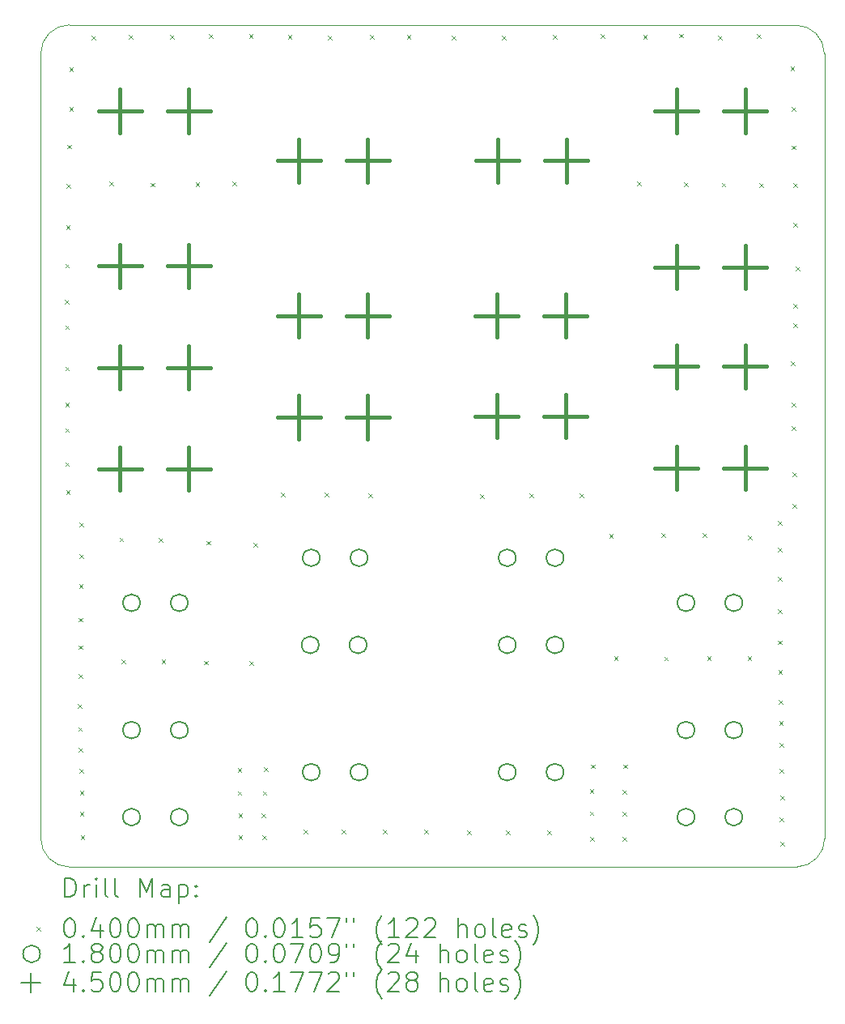
<source format=gbr>
%TF.GenerationSoftware,KiCad,Pcbnew,8.0.4*%
%TF.CreationDate,2024-08-03T01:45:31+02:00*%
%TF.ProjectId,terminal_block,7465726d-696e-4616-9c5f-626c6f636b2e,1*%
%TF.SameCoordinates,Original*%
%TF.FileFunction,Drillmap*%
%TF.FilePolarity,Positive*%
%FSLAX45Y45*%
G04 Gerber Fmt 4.5, Leading zero omitted, Abs format (unit mm)*
G04 Created by KiCad (PCBNEW 8.0.4) date 2024-08-03 01:45:31*
%MOMM*%
%LPD*%
G01*
G04 APERTURE LIST*
%ADD10C,0.100000*%
%ADD11C,0.200000*%
%ADD12C,0.180000*%
%ADD13C,0.450000*%
G04 APERTURE END LIST*
D10*
X12249850Y-13740049D02*
G75*
G02*
X11949851Y-13440049I0J299999D01*
G01*
X11950000Y-5240000D02*
X11949850Y-13440049D01*
X20151358Y-13440512D02*
G75*
G02*
X19861192Y-13740511I-300168J2D01*
G01*
X19847868Y-4942132D02*
X12250000Y-4940000D01*
X20151358Y-13440512D02*
X20147868Y-5242132D01*
X11950000Y-5240000D02*
G75*
G02*
X12250000Y-4940000I300000J0D01*
G01*
X12249850Y-13740049D02*
X19861192Y-13740512D01*
X19847868Y-4942132D02*
G75*
G02*
X20147868Y-5242132I2J-299998D01*
G01*
D11*
D10*
X12200000Y-7815000D02*
X12240000Y-7855000D01*
X12240000Y-7815000D02*
X12200000Y-7855000D01*
X12207500Y-7437500D02*
X12247500Y-7477500D01*
X12247500Y-7437500D02*
X12207500Y-7477500D01*
X12207500Y-8080000D02*
X12247500Y-8120000D01*
X12247500Y-8080000D02*
X12207500Y-8120000D01*
X12207500Y-8512500D02*
X12247500Y-8552500D01*
X12247500Y-8512500D02*
X12207500Y-8552500D01*
X12207500Y-8890000D02*
X12247500Y-8930000D01*
X12247500Y-8890000D02*
X12207500Y-8930000D01*
X12207500Y-9155000D02*
X12247500Y-9195000D01*
X12247500Y-9155000D02*
X12207500Y-9195000D01*
X12207500Y-9512500D02*
X12247500Y-9552500D01*
X12247500Y-9512500D02*
X12207500Y-9552500D01*
X12215000Y-7037500D02*
X12255000Y-7077500D01*
X12255000Y-7037500D02*
X12215000Y-7077500D01*
X12215000Y-9805000D02*
X12255000Y-9845000D01*
X12255000Y-9805000D02*
X12215000Y-9845000D01*
X12222500Y-6605000D02*
X12262500Y-6645000D01*
X12262500Y-6605000D02*
X12222500Y-6645000D01*
X12230000Y-6192500D02*
X12270000Y-6232500D01*
X12270000Y-6192500D02*
X12230000Y-6232500D01*
X12250000Y-5382500D02*
X12290000Y-5422500D01*
X12290000Y-5382500D02*
X12250000Y-5422500D01*
X12250000Y-5800000D02*
X12290000Y-5840000D01*
X12290000Y-5800000D02*
X12250000Y-5840000D01*
X12337500Y-12040000D02*
X12377500Y-12080000D01*
X12377500Y-12040000D02*
X12337500Y-12080000D01*
X12342500Y-12280000D02*
X12382500Y-12320000D01*
X12382500Y-12280000D02*
X12342500Y-12320000D01*
X12345000Y-11137500D02*
X12385000Y-11177500D01*
X12385000Y-11137500D02*
X12345000Y-11177500D01*
X12345000Y-11425000D02*
X12385000Y-11465000D01*
X12385000Y-11425000D02*
X12345000Y-11465000D01*
X12345000Y-11725000D02*
X12385000Y-11765000D01*
X12385000Y-11725000D02*
X12345000Y-11765000D01*
X12345000Y-12495000D02*
X12385000Y-12535000D01*
X12385000Y-12495000D02*
X12345000Y-12535000D01*
X12350000Y-10785000D02*
X12390000Y-10825000D01*
X12390000Y-10785000D02*
X12350000Y-10825000D01*
X12352500Y-10475000D02*
X12392500Y-10515000D01*
X12392500Y-10475000D02*
X12352500Y-10515000D01*
X12352500Y-12715000D02*
X12392500Y-12755000D01*
X12392500Y-12715000D02*
X12352500Y-12755000D01*
X12355000Y-10142500D02*
X12395000Y-10182500D01*
X12395000Y-10142500D02*
X12355000Y-10182500D01*
X12360000Y-12942500D02*
X12400000Y-12982500D01*
X12400000Y-12942500D02*
X12360000Y-12982500D01*
X12360000Y-13165000D02*
X12400000Y-13205000D01*
X12400000Y-13165000D02*
X12360000Y-13205000D01*
X12367500Y-13410000D02*
X12407500Y-13450000D01*
X12407500Y-13410000D02*
X12367500Y-13450000D01*
X12480000Y-5052500D02*
X12520000Y-5092500D01*
X12520000Y-5052500D02*
X12480000Y-5092500D01*
X12670000Y-6577500D02*
X12710000Y-6617500D01*
X12710000Y-6577500D02*
X12670000Y-6617500D01*
X12775000Y-10300000D02*
X12815000Y-10340000D01*
X12815000Y-10300000D02*
X12775000Y-10340000D01*
X12792500Y-11572500D02*
X12832500Y-11612500D01*
X12832500Y-11572500D02*
X12792500Y-11612500D01*
X12872500Y-5045000D02*
X12912500Y-5085000D01*
X12912500Y-5045000D02*
X12872500Y-5085000D01*
X13102500Y-6590000D02*
X13142500Y-6630000D01*
X13142500Y-6590000D02*
X13102500Y-6630000D01*
X13182500Y-10305000D02*
X13222500Y-10345000D01*
X13222500Y-10305000D02*
X13182500Y-10345000D01*
X13215000Y-11575000D02*
X13255000Y-11615000D01*
X13255000Y-11575000D02*
X13215000Y-11615000D01*
X13305000Y-5045000D02*
X13345000Y-5085000D01*
X13345000Y-5045000D02*
X13305000Y-5085000D01*
X13570000Y-6585000D02*
X13610000Y-6625000D01*
X13610000Y-6585000D02*
X13570000Y-6625000D01*
X13660000Y-11585000D02*
X13700000Y-11625000D01*
X13700000Y-11585000D02*
X13660000Y-11625000D01*
X13685000Y-10332500D02*
X13725000Y-10372500D01*
X13725000Y-10332500D02*
X13685000Y-10372500D01*
X13710000Y-5040000D02*
X13750000Y-5080000D01*
X13750000Y-5040000D02*
X13710000Y-5080000D01*
X13955000Y-6577500D02*
X13995000Y-6617500D01*
X13995000Y-6577500D02*
X13955000Y-6617500D01*
X14010000Y-12710000D02*
X14050000Y-12750000D01*
X14050000Y-12710000D02*
X14010000Y-12750000D01*
X14010000Y-12950000D02*
X14050000Y-12990000D01*
X14050000Y-12950000D02*
X14010000Y-12990000D01*
X14020000Y-13180000D02*
X14060000Y-13220000D01*
X14060000Y-13180000D02*
X14020000Y-13220000D01*
X14020000Y-13410000D02*
X14060000Y-13450000D01*
X14060000Y-13410000D02*
X14020000Y-13450000D01*
X14130000Y-5040000D02*
X14170000Y-5080000D01*
X14170000Y-5040000D02*
X14130000Y-5080000D01*
X14135000Y-11587500D02*
X14175000Y-11627500D01*
X14175000Y-11587500D02*
X14135000Y-11627500D01*
X14177500Y-10355000D02*
X14217500Y-10395000D01*
X14217500Y-10355000D02*
X14177500Y-10395000D01*
X14260000Y-13180000D02*
X14300000Y-13220000D01*
X14300000Y-13180000D02*
X14260000Y-13220000D01*
X14270000Y-13410000D02*
X14310000Y-13450000D01*
X14310000Y-13410000D02*
X14270000Y-13450000D01*
X14272500Y-12950000D02*
X14312500Y-12990000D01*
X14312500Y-12950000D02*
X14272500Y-12990000D01*
X14285000Y-12697500D02*
X14325000Y-12737500D01*
X14325000Y-12697500D02*
X14285000Y-12737500D01*
X14462500Y-9830000D02*
X14502500Y-9870000D01*
X14502500Y-9830000D02*
X14462500Y-9870000D01*
X14535000Y-5045000D02*
X14575000Y-5085000D01*
X14575000Y-5045000D02*
X14535000Y-5085000D01*
X14700000Y-13350000D02*
X14740000Y-13390000D01*
X14740000Y-13350000D02*
X14700000Y-13390000D01*
X14920000Y-9830000D02*
X14960000Y-9870000D01*
X14960000Y-9830000D02*
X14920000Y-9870000D01*
X14955000Y-5052500D02*
X14995000Y-5092500D01*
X14995000Y-5052500D02*
X14955000Y-5092500D01*
X15100000Y-13350000D02*
X15140000Y-13390000D01*
X15140000Y-13350000D02*
X15100000Y-13390000D01*
X15380000Y-9840000D02*
X15420000Y-9880000D01*
X15420000Y-9840000D02*
X15380000Y-9880000D01*
X15395000Y-5045000D02*
X15435000Y-5085000D01*
X15435000Y-5045000D02*
X15395000Y-5085000D01*
X15530000Y-13350000D02*
X15570000Y-13390000D01*
X15570000Y-13350000D02*
X15530000Y-13390000D01*
X15780000Y-5045000D02*
X15820000Y-5085000D01*
X15820000Y-5045000D02*
X15780000Y-5085000D01*
X15960000Y-13350000D02*
X16000000Y-13390000D01*
X16000000Y-13350000D02*
X15960000Y-13390000D01*
X16247500Y-5052500D02*
X16287500Y-5092500D01*
X16287500Y-5052500D02*
X16247500Y-5092500D01*
X16410000Y-13360000D02*
X16450000Y-13400000D01*
X16450000Y-13360000D02*
X16410000Y-13400000D01*
X16545000Y-9845000D02*
X16585000Y-9885000D01*
X16585000Y-9845000D02*
X16545000Y-9885000D01*
X16772500Y-5052500D02*
X16812500Y-5092500D01*
X16812500Y-5052500D02*
X16772500Y-5092500D01*
X16820000Y-13360000D02*
X16860000Y-13400000D01*
X16860000Y-13360000D02*
X16820000Y-13400000D01*
X17062500Y-9840000D02*
X17102500Y-9880000D01*
X17102500Y-9840000D02*
X17062500Y-9880000D01*
X17250000Y-13360000D02*
X17290000Y-13400000D01*
X17290000Y-13360000D02*
X17250000Y-13400000D01*
X17310000Y-5045000D02*
X17350000Y-5085000D01*
X17350000Y-5045000D02*
X17310000Y-5085000D01*
X17585000Y-9840000D02*
X17625000Y-9880000D01*
X17625000Y-9840000D02*
X17585000Y-9880000D01*
X17692500Y-12927500D02*
X17732500Y-12967500D01*
X17732500Y-12927500D02*
X17692500Y-12967500D01*
X17692500Y-13160000D02*
X17732500Y-13200000D01*
X17732500Y-13160000D02*
X17692500Y-13200000D01*
X17697500Y-13430000D02*
X17737500Y-13470000D01*
X17737500Y-13430000D02*
X17697500Y-13470000D01*
X17705000Y-12670000D02*
X17745000Y-12710000D01*
X17745000Y-12670000D02*
X17705000Y-12710000D01*
X17807500Y-5040000D02*
X17847500Y-5080000D01*
X17847500Y-5040000D02*
X17807500Y-5080000D01*
X17897500Y-10262500D02*
X17937500Y-10302500D01*
X17937500Y-10262500D02*
X17897500Y-10302500D01*
X17947500Y-11537500D02*
X17987500Y-11577500D01*
X17987500Y-11537500D02*
X17947500Y-11577500D01*
X18037500Y-12935000D02*
X18077500Y-12975000D01*
X18077500Y-12935000D02*
X18037500Y-12975000D01*
X18037500Y-13167500D02*
X18077500Y-13207500D01*
X18077500Y-13167500D02*
X18037500Y-13207500D01*
X18037500Y-13425000D02*
X18077500Y-13465000D01*
X18077500Y-13425000D02*
X18037500Y-13465000D01*
X18042500Y-12670000D02*
X18082500Y-12710000D01*
X18082500Y-12670000D02*
X18042500Y-12710000D01*
X18190000Y-6577500D02*
X18230000Y-6617500D01*
X18230000Y-6577500D02*
X18190000Y-6617500D01*
X18252500Y-5045000D02*
X18292500Y-5085000D01*
X18292500Y-5045000D02*
X18252500Y-5085000D01*
X18442500Y-10252500D02*
X18482500Y-10292500D01*
X18482500Y-10252500D02*
X18442500Y-10292500D01*
X18472500Y-11542500D02*
X18512500Y-11582500D01*
X18512500Y-11542500D02*
X18472500Y-11582500D01*
X18630000Y-5032500D02*
X18670000Y-5072500D01*
X18670000Y-5032500D02*
X18630000Y-5072500D01*
X18680000Y-6585000D02*
X18720000Y-6625000D01*
X18720000Y-6585000D02*
X18680000Y-6625000D01*
X18875000Y-10252500D02*
X18915000Y-10292500D01*
X18915000Y-10252500D02*
X18875000Y-10292500D01*
X18920000Y-11537500D02*
X18960000Y-11577500D01*
X18960000Y-11537500D02*
X18920000Y-11577500D01*
X19037500Y-5052500D02*
X19077500Y-5092500D01*
X19077500Y-5052500D02*
X19037500Y-5092500D01*
X19072500Y-6590000D02*
X19112500Y-6630000D01*
X19112500Y-6590000D02*
X19072500Y-6630000D01*
X19345000Y-11537500D02*
X19385000Y-11577500D01*
X19385000Y-11537500D02*
X19345000Y-11577500D01*
X19350000Y-10277500D02*
X19390000Y-10317500D01*
X19390000Y-10277500D02*
X19350000Y-10317500D01*
X19442500Y-5040000D02*
X19482500Y-5080000D01*
X19482500Y-5040000D02*
X19442500Y-5080000D01*
X19470000Y-6597500D02*
X19510000Y-6637500D01*
X19510000Y-6597500D02*
X19470000Y-6637500D01*
X19660000Y-10402500D02*
X19700000Y-10442500D01*
X19700000Y-10402500D02*
X19660000Y-10442500D01*
X19660000Y-10710000D02*
X19700000Y-10750000D01*
X19700000Y-10710000D02*
X19660000Y-10750000D01*
X19660000Y-11047500D02*
X19700000Y-11087500D01*
X19700000Y-11047500D02*
X19660000Y-11087500D01*
X19660000Y-11375000D02*
X19700000Y-11415000D01*
X19700000Y-11375000D02*
X19660000Y-11415000D01*
X19662500Y-10127500D02*
X19702500Y-10167500D01*
X19702500Y-10127500D02*
X19662500Y-10167500D01*
X19665000Y-11685000D02*
X19705000Y-11725000D01*
X19705000Y-11685000D02*
X19665000Y-11725000D01*
X19670000Y-11997500D02*
X19710000Y-12037500D01*
X19710000Y-11997500D02*
X19670000Y-12037500D01*
X19675000Y-12215000D02*
X19715000Y-12255000D01*
X19715000Y-12215000D02*
X19675000Y-12255000D01*
X19680000Y-12445000D02*
X19720000Y-12485000D01*
X19720000Y-12445000D02*
X19680000Y-12485000D01*
X19680000Y-12715000D02*
X19720000Y-12755000D01*
X19720000Y-12715000D02*
X19680000Y-12755000D01*
X19680000Y-13222500D02*
X19720000Y-13262500D01*
X19720000Y-13222500D02*
X19680000Y-13262500D01*
X19685000Y-12995000D02*
X19725000Y-13035000D01*
X19725000Y-12995000D02*
X19685000Y-13035000D01*
X19690000Y-13477500D02*
X19730000Y-13517500D01*
X19730000Y-13477500D02*
X19690000Y-13517500D01*
X19792500Y-5375000D02*
X19832500Y-5415000D01*
X19832500Y-5375000D02*
X19792500Y-5415000D01*
X19797500Y-8457500D02*
X19837500Y-8497500D01*
X19837500Y-8457500D02*
X19797500Y-8497500D01*
X19805000Y-5800000D02*
X19845000Y-5840000D01*
X19845000Y-5800000D02*
X19805000Y-5840000D01*
X19805000Y-6200000D02*
X19845000Y-6240000D01*
X19845000Y-6200000D02*
X19805000Y-6240000D01*
X19805000Y-8890000D02*
X19845000Y-8930000D01*
X19845000Y-8890000D02*
X19805000Y-8930000D01*
X19805000Y-9135000D02*
X19845000Y-9175000D01*
X19845000Y-9135000D02*
X19805000Y-9175000D01*
X19812500Y-9617500D02*
X19852500Y-9657500D01*
X19852500Y-9617500D02*
X19812500Y-9657500D01*
X19812500Y-9945000D02*
X19852500Y-9985000D01*
X19852500Y-9945000D02*
X19812500Y-9985000D01*
X19820000Y-6597500D02*
X19860000Y-6637500D01*
X19860000Y-6597500D02*
X19820000Y-6637500D01*
X19820000Y-7010000D02*
X19860000Y-7050000D01*
X19860000Y-7010000D02*
X19820000Y-7050000D01*
X19820000Y-7855000D02*
X19860000Y-7895000D01*
X19860000Y-7855000D02*
X19820000Y-7895000D01*
X19820000Y-8057500D02*
X19860000Y-8097500D01*
X19860000Y-8057500D02*
X19820000Y-8097500D01*
X19847500Y-7465000D02*
X19887500Y-7505000D01*
X19887500Y-7465000D02*
X19847500Y-7505000D01*
D12*
X12990000Y-10980000D02*
G75*
G02*
X12810000Y-10980000I-90000J0D01*
G01*
X12810000Y-10980000D02*
G75*
G02*
X12990000Y-10980000I90000J0D01*
G01*
X12990000Y-12310000D02*
G75*
G02*
X12810000Y-12310000I-90000J0D01*
G01*
X12810000Y-12310000D02*
G75*
G02*
X12990000Y-12310000I90000J0D01*
G01*
X12990000Y-13220000D02*
G75*
G02*
X12810000Y-13220000I-90000J0D01*
G01*
X12810000Y-13220000D02*
G75*
G02*
X12990000Y-13220000I90000J0D01*
G01*
X13490000Y-10980000D02*
G75*
G02*
X13310000Y-10980000I-90000J0D01*
G01*
X13310000Y-10980000D02*
G75*
G02*
X13490000Y-10980000I90000J0D01*
G01*
X13490000Y-12310000D02*
G75*
G02*
X13310000Y-12310000I-90000J0D01*
G01*
X13310000Y-12310000D02*
G75*
G02*
X13490000Y-12310000I90000J0D01*
G01*
X13490000Y-13220000D02*
G75*
G02*
X13310000Y-13220000I-90000J0D01*
G01*
X13310000Y-13220000D02*
G75*
G02*
X13490000Y-13220000I90000J0D01*
G01*
X14860000Y-11420000D02*
G75*
G02*
X14680000Y-11420000I-90000J0D01*
G01*
X14680000Y-11420000D02*
G75*
G02*
X14860000Y-11420000I90000J0D01*
G01*
X14870000Y-10510000D02*
G75*
G02*
X14690000Y-10510000I-90000J0D01*
G01*
X14690000Y-10510000D02*
G75*
G02*
X14870000Y-10510000I90000J0D01*
G01*
X14870000Y-12750000D02*
G75*
G02*
X14690000Y-12750000I-90000J0D01*
G01*
X14690000Y-12750000D02*
G75*
G02*
X14870000Y-12750000I90000J0D01*
G01*
X15360000Y-11420000D02*
G75*
G02*
X15180000Y-11420000I-90000J0D01*
G01*
X15180000Y-11420000D02*
G75*
G02*
X15360000Y-11420000I90000J0D01*
G01*
X15370000Y-10510000D02*
G75*
G02*
X15190000Y-10510000I-90000J0D01*
G01*
X15190000Y-10510000D02*
G75*
G02*
X15370000Y-10510000I90000J0D01*
G01*
X15370000Y-12750000D02*
G75*
G02*
X15190000Y-12750000I-90000J0D01*
G01*
X15190000Y-12750000D02*
G75*
G02*
X15370000Y-12750000I90000J0D01*
G01*
X16920000Y-10510000D02*
G75*
G02*
X16740000Y-10510000I-90000J0D01*
G01*
X16740000Y-10510000D02*
G75*
G02*
X16920000Y-10510000I90000J0D01*
G01*
X16920000Y-11420000D02*
G75*
G02*
X16740000Y-11420000I-90000J0D01*
G01*
X16740000Y-11420000D02*
G75*
G02*
X16920000Y-11420000I90000J0D01*
G01*
X16920000Y-12750000D02*
G75*
G02*
X16740000Y-12750000I-90000J0D01*
G01*
X16740000Y-12750000D02*
G75*
G02*
X16920000Y-12750000I90000J0D01*
G01*
X17420000Y-10510000D02*
G75*
G02*
X17240000Y-10510000I-90000J0D01*
G01*
X17240000Y-10510000D02*
G75*
G02*
X17420000Y-10510000I90000J0D01*
G01*
X17420000Y-11420000D02*
G75*
G02*
X17240000Y-11420000I-90000J0D01*
G01*
X17240000Y-11420000D02*
G75*
G02*
X17420000Y-11420000I90000J0D01*
G01*
X17420000Y-12750000D02*
G75*
G02*
X17240000Y-12750000I-90000J0D01*
G01*
X17240000Y-12750000D02*
G75*
G02*
X17420000Y-12750000I90000J0D01*
G01*
X18790000Y-10980000D02*
G75*
G02*
X18610000Y-10980000I-90000J0D01*
G01*
X18610000Y-10980000D02*
G75*
G02*
X18790000Y-10980000I90000J0D01*
G01*
X18790000Y-12310000D02*
G75*
G02*
X18610000Y-12310000I-90000J0D01*
G01*
X18610000Y-12310000D02*
G75*
G02*
X18790000Y-12310000I90000J0D01*
G01*
X18790000Y-13220000D02*
G75*
G02*
X18610000Y-13220000I-90000J0D01*
G01*
X18610000Y-13220000D02*
G75*
G02*
X18790000Y-13220000I90000J0D01*
G01*
X19290000Y-10980000D02*
G75*
G02*
X19110000Y-10980000I-90000J0D01*
G01*
X19110000Y-10980000D02*
G75*
G02*
X19290000Y-10980000I90000J0D01*
G01*
X19290000Y-12310000D02*
G75*
G02*
X19110000Y-12310000I-90000J0D01*
G01*
X19110000Y-12310000D02*
G75*
G02*
X19290000Y-12310000I90000J0D01*
G01*
X19290000Y-13220000D02*
G75*
G02*
X19110000Y-13220000I-90000J0D01*
G01*
X19110000Y-13220000D02*
G75*
G02*
X19290000Y-13220000I90000J0D01*
G01*
D13*
X12780000Y-5615000D02*
X12780000Y-6065000D01*
X12555000Y-5840000D02*
X13005000Y-5840000D01*
X12780000Y-7235000D02*
X12780000Y-7685000D01*
X12555000Y-7460000D02*
X13005000Y-7460000D01*
X12780000Y-8295000D02*
X12780000Y-8745000D01*
X12555000Y-8520000D02*
X13005000Y-8520000D01*
X12780000Y-9355000D02*
X12780000Y-9805000D01*
X12555000Y-9580000D02*
X13005000Y-9580000D01*
X13500000Y-5615000D02*
X13500000Y-6065000D01*
X13275000Y-5840000D02*
X13725000Y-5840000D01*
X13500000Y-7235000D02*
X13500000Y-7685000D01*
X13275000Y-7460000D02*
X13725000Y-7460000D01*
X13500000Y-8295000D02*
X13500000Y-8745000D01*
X13275000Y-8520000D02*
X13725000Y-8520000D01*
X13500000Y-9355000D02*
X13500000Y-9805000D01*
X13275000Y-9580000D02*
X13725000Y-9580000D01*
X14650000Y-6135000D02*
X14650000Y-6585000D01*
X14425000Y-6360000D02*
X14875000Y-6360000D01*
X14650000Y-7755000D02*
X14650000Y-8205000D01*
X14425000Y-7980000D02*
X14875000Y-7980000D01*
X14650000Y-8815000D02*
X14650000Y-9265000D01*
X14425000Y-9040000D02*
X14875000Y-9040000D01*
X15370000Y-6135000D02*
X15370000Y-6585000D01*
X15145000Y-6360000D02*
X15595000Y-6360000D01*
X15370000Y-7755000D02*
X15370000Y-8205000D01*
X15145000Y-7980000D02*
X15595000Y-7980000D01*
X15370000Y-8815000D02*
X15370000Y-9265000D01*
X15145000Y-9040000D02*
X15595000Y-9040000D01*
X16720000Y-7755000D02*
X16720000Y-8205000D01*
X16495000Y-7980000D02*
X16945000Y-7980000D01*
X16720000Y-8805000D02*
X16720000Y-9255000D01*
X16495000Y-9030000D02*
X16945000Y-9030000D01*
X16730000Y-6135000D02*
X16730000Y-6585000D01*
X16505000Y-6360000D02*
X16955000Y-6360000D01*
X17440000Y-7755000D02*
X17440000Y-8205000D01*
X17215000Y-7980000D02*
X17665000Y-7980000D01*
X17440000Y-8805000D02*
X17440000Y-9255000D01*
X17215000Y-9030000D02*
X17665000Y-9030000D01*
X17450000Y-6135000D02*
X17450000Y-6585000D01*
X17225000Y-6360000D02*
X17675000Y-6360000D01*
X18600000Y-5615000D02*
X18600000Y-6065000D01*
X18375000Y-5840000D02*
X18825000Y-5840000D01*
X18600000Y-7245000D02*
X18600000Y-7695000D01*
X18375000Y-7470000D02*
X18825000Y-7470000D01*
X18600000Y-8285000D02*
X18600000Y-8735000D01*
X18375000Y-8510000D02*
X18825000Y-8510000D01*
X18600000Y-9345000D02*
X18600000Y-9795000D01*
X18375000Y-9570000D02*
X18825000Y-9570000D01*
X19320000Y-5615000D02*
X19320000Y-6065000D01*
X19095000Y-5840000D02*
X19545000Y-5840000D01*
X19320000Y-7245000D02*
X19320000Y-7695000D01*
X19095000Y-7470000D02*
X19545000Y-7470000D01*
X19320000Y-8285000D02*
X19320000Y-8735000D01*
X19095000Y-8510000D02*
X19545000Y-8510000D01*
X19320000Y-9345000D02*
X19320000Y-9795000D01*
X19095000Y-9570000D02*
X19545000Y-9570000D01*
D11*
X12205626Y-14056996D02*
X12205626Y-13856996D01*
X12205626Y-13856996D02*
X12253245Y-13856996D01*
X12253245Y-13856996D02*
X12281817Y-13866520D01*
X12281817Y-13866520D02*
X12300865Y-13885567D01*
X12300865Y-13885567D02*
X12310388Y-13904615D01*
X12310388Y-13904615D02*
X12319912Y-13942710D01*
X12319912Y-13942710D02*
X12319912Y-13971282D01*
X12319912Y-13971282D02*
X12310388Y-14009377D01*
X12310388Y-14009377D02*
X12300865Y-14028424D01*
X12300865Y-14028424D02*
X12281817Y-14047472D01*
X12281817Y-14047472D02*
X12253245Y-14056996D01*
X12253245Y-14056996D02*
X12205626Y-14056996D01*
X12405626Y-14056996D02*
X12405626Y-13923662D01*
X12405626Y-13961758D02*
X12415150Y-13942710D01*
X12415150Y-13942710D02*
X12424674Y-13933186D01*
X12424674Y-13933186D02*
X12443722Y-13923662D01*
X12443722Y-13923662D02*
X12462769Y-13923662D01*
X12529436Y-14056996D02*
X12529436Y-13923662D01*
X12529436Y-13856996D02*
X12519912Y-13866520D01*
X12519912Y-13866520D02*
X12529436Y-13876043D01*
X12529436Y-13876043D02*
X12538960Y-13866520D01*
X12538960Y-13866520D02*
X12529436Y-13856996D01*
X12529436Y-13856996D02*
X12529436Y-13876043D01*
X12653245Y-14056996D02*
X12634198Y-14047472D01*
X12634198Y-14047472D02*
X12624674Y-14028424D01*
X12624674Y-14028424D02*
X12624674Y-13856996D01*
X12758007Y-14056996D02*
X12738960Y-14047472D01*
X12738960Y-14047472D02*
X12729436Y-14028424D01*
X12729436Y-14028424D02*
X12729436Y-13856996D01*
X12986579Y-14056996D02*
X12986579Y-13856996D01*
X12986579Y-13856996D02*
X13053246Y-13999853D01*
X13053246Y-13999853D02*
X13119912Y-13856996D01*
X13119912Y-13856996D02*
X13119912Y-14056996D01*
X13300865Y-14056996D02*
X13300865Y-13952234D01*
X13300865Y-13952234D02*
X13291341Y-13933186D01*
X13291341Y-13933186D02*
X13272293Y-13923662D01*
X13272293Y-13923662D02*
X13234198Y-13923662D01*
X13234198Y-13923662D02*
X13215150Y-13933186D01*
X13300865Y-14047472D02*
X13281817Y-14056996D01*
X13281817Y-14056996D02*
X13234198Y-14056996D01*
X13234198Y-14056996D02*
X13215150Y-14047472D01*
X13215150Y-14047472D02*
X13205626Y-14028424D01*
X13205626Y-14028424D02*
X13205626Y-14009377D01*
X13205626Y-14009377D02*
X13215150Y-13990329D01*
X13215150Y-13990329D02*
X13234198Y-13980805D01*
X13234198Y-13980805D02*
X13281817Y-13980805D01*
X13281817Y-13980805D02*
X13300865Y-13971282D01*
X13396103Y-13923662D02*
X13396103Y-14123662D01*
X13396103Y-13933186D02*
X13415150Y-13923662D01*
X13415150Y-13923662D02*
X13453246Y-13923662D01*
X13453246Y-13923662D02*
X13472293Y-13933186D01*
X13472293Y-13933186D02*
X13481817Y-13942710D01*
X13481817Y-13942710D02*
X13491341Y-13961758D01*
X13491341Y-13961758D02*
X13491341Y-14018901D01*
X13491341Y-14018901D02*
X13481817Y-14037948D01*
X13481817Y-14037948D02*
X13472293Y-14047472D01*
X13472293Y-14047472D02*
X13453246Y-14056996D01*
X13453246Y-14056996D02*
X13415150Y-14056996D01*
X13415150Y-14056996D02*
X13396103Y-14047472D01*
X13577055Y-14037948D02*
X13586579Y-14047472D01*
X13586579Y-14047472D02*
X13577055Y-14056996D01*
X13577055Y-14056996D02*
X13567531Y-14047472D01*
X13567531Y-14047472D02*
X13577055Y-14037948D01*
X13577055Y-14037948D02*
X13577055Y-14056996D01*
X13577055Y-13933186D02*
X13586579Y-13942710D01*
X13586579Y-13942710D02*
X13577055Y-13952234D01*
X13577055Y-13952234D02*
X13567531Y-13942710D01*
X13567531Y-13942710D02*
X13577055Y-13933186D01*
X13577055Y-13933186D02*
X13577055Y-13952234D01*
D10*
X11904850Y-14365512D02*
X11944850Y-14405512D01*
X11944850Y-14365512D02*
X11904850Y-14405512D01*
D11*
X12243722Y-14276996D02*
X12262769Y-14276996D01*
X12262769Y-14276996D02*
X12281817Y-14286520D01*
X12281817Y-14286520D02*
X12291341Y-14296043D01*
X12291341Y-14296043D02*
X12300865Y-14315091D01*
X12300865Y-14315091D02*
X12310388Y-14353186D01*
X12310388Y-14353186D02*
X12310388Y-14400805D01*
X12310388Y-14400805D02*
X12300865Y-14438901D01*
X12300865Y-14438901D02*
X12291341Y-14457948D01*
X12291341Y-14457948D02*
X12281817Y-14467472D01*
X12281817Y-14467472D02*
X12262769Y-14476996D01*
X12262769Y-14476996D02*
X12243722Y-14476996D01*
X12243722Y-14476996D02*
X12224674Y-14467472D01*
X12224674Y-14467472D02*
X12215150Y-14457948D01*
X12215150Y-14457948D02*
X12205626Y-14438901D01*
X12205626Y-14438901D02*
X12196103Y-14400805D01*
X12196103Y-14400805D02*
X12196103Y-14353186D01*
X12196103Y-14353186D02*
X12205626Y-14315091D01*
X12205626Y-14315091D02*
X12215150Y-14296043D01*
X12215150Y-14296043D02*
X12224674Y-14286520D01*
X12224674Y-14286520D02*
X12243722Y-14276996D01*
X12396103Y-14457948D02*
X12405626Y-14467472D01*
X12405626Y-14467472D02*
X12396103Y-14476996D01*
X12396103Y-14476996D02*
X12386579Y-14467472D01*
X12386579Y-14467472D02*
X12396103Y-14457948D01*
X12396103Y-14457948D02*
X12396103Y-14476996D01*
X12577055Y-14343662D02*
X12577055Y-14476996D01*
X12529436Y-14267472D02*
X12481817Y-14410329D01*
X12481817Y-14410329D02*
X12605626Y-14410329D01*
X12719912Y-14276996D02*
X12738960Y-14276996D01*
X12738960Y-14276996D02*
X12758007Y-14286520D01*
X12758007Y-14286520D02*
X12767531Y-14296043D01*
X12767531Y-14296043D02*
X12777055Y-14315091D01*
X12777055Y-14315091D02*
X12786579Y-14353186D01*
X12786579Y-14353186D02*
X12786579Y-14400805D01*
X12786579Y-14400805D02*
X12777055Y-14438901D01*
X12777055Y-14438901D02*
X12767531Y-14457948D01*
X12767531Y-14457948D02*
X12758007Y-14467472D01*
X12758007Y-14467472D02*
X12738960Y-14476996D01*
X12738960Y-14476996D02*
X12719912Y-14476996D01*
X12719912Y-14476996D02*
X12700865Y-14467472D01*
X12700865Y-14467472D02*
X12691341Y-14457948D01*
X12691341Y-14457948D02*
X12681817Y-14438901D01*
X12681817Y-14438901D02*
X12672293Y-14400805D01*
X12672293Y-14400805D02*
X12672293Y-14353186D01*
X12672293Y-14353186D02*
X12681817Y-14315091D01*
X12681817Y-14315091D02*
X12691341Y-14296043D01*
X12691341Y-14296043D02*
X12700865Y-14286520D01*
X12700865Y-14286520D02*
X12719912Y-14276996D01*
X12910388Y-14276996D02*
X12929436Y-14276996D01*
X12929436Y-14276996D02*
X12948484Y-14286520D01*
X12948484Y-14286520D02*
X12958007Y-14296043D01*
X12958007Y-14296043D02*
X12967531Y-14315091D01*
X12967531Y-14315091D02*
X12977055Y-14353186D01*
X12977055Y-14353186D02*
X12977055Y-14400805D01*
X12977055Y-14400805D02*
X12967531Y-14438901D01*
X12967531Y-14438901D02*
X12958007Y-14457948D01*
X12958007Y-14457948D02*
X12948484Y-14467472D01*
X12948484Y-14467472D02*
X12929436Y-14476996D01*
X12929436Y-14476996D02*
X12910388Y-14476996D01*
X12910388Y-14476996D02*
X12891341Y-14467472D01*
X12891341Y-14467472D02*
X12881817Y-14457948D01*
X12881817Y-14457948D02*
X12872293Y-14438901D01*
X12872293Y-14438901D02*
X12862769Y-14400805D01*
X12862769Y-14400805D02*
X12862769Y-14353186D01*
X12862769Y-14353186D02*
X12872293Y-14315091D01*
X12872293Y-14315091D02*
X12881817Y-14296043D01*
X12881817Y-14296043D02*
X12891341Y-14286520D01*
X12891341Y-14286520D02*
X12910388Y-14276996D01*
X13062769Y-14476996D02*
X13062769Y-14343662D01*
X13062769Y-14362710D02*
X13072293Y-14353186D01*
X13072293Y-14353186D02*
X13091341Y-14343662D01*
X13091341Y-14343662D02*
X13119912Y-14343662D01*
X13119912Y-14343662D02*
X13138960Y-14353186D01*
X13138960Y-14353186D02*
X13148484Y-14372234D01*
X13148484Y-14372234D02*
X13148484Y-14476996D01*
X13148484Y-14372234D02*
X13158007Y-14353186D01*
X13158007Y-14353186D02*
X13177055Y-14343662D01*
X13177055Y-14343662D02*
X13205626Y-14343662D01*
X13205626Y-14343662D02*
X13224674Y-14353186D01*
X13224674Y-14353186D02*
X13234198Y-14372234D01*
X13234198Y-14372234D02*
X13234198Y-14476996D01*
X13329436Y-14476996D02*
X13329436Y-14343662D01*
X13329436Y-14362710D02*
X13338960Y-14353186D01*
X13338960Y-14353186D02*
X13358007Y-14343662D01*
X13358007Y-14343662D02*
X13386579Y-14343662D01*
X13386579Y-14343662D02*
X13405627Y-14353186D01*
X13405627Y-14353186D02*
X13415150Y-14372234D01*
X13415150Y-14372234D02*
X13415150Y-14476996D01*
X13415150Y-14372234D02*
X13424674Y-14353186D01*
X13424674Y-14353186D02*
X13443722Y-14343662D01*
X13443722Y-14343662D02*
X13472293Y-14343662D01*
X13472293Y-14343662D02*
X13491341Y-14353186D01*
X13491341Y-14353186D02*
X13500865Y-14372234D01*
X13500865Y-14372234D02*
X13500865Y-14476996D01*
X13891341Y-14267472D02*
X13719912Y-14524615D01*
X14148484Y-14276996D02*
X14167531Y-14276996D01*
X14167531Y-14276996D02*
X14186579Y-14286520D01*
X14186579Y-14286520D02*
X14196103Y-14296043D01*
X14196103Y-14296043D02*
X14205627Y-14315091D01*
X14205627Y-14315091D02*
X14215150Y-14353186D01*
X14215150Y-14353186D02*
X14215150Y-14400805D01*
X14215150Y-14400805D02*
X14205627Y-14438901D01*
X14205627Y-14438901D02*
X14196103Y-14457948D01*
X14196103Y-14457948D02*
X14186579Y-14467472D01*
X14186579Y-14467472D02*
X14167531Y-14476996D01*
X14167531Y-14476996D02*
X14148484Y-14476996D01*
X14148484Y-14476996D02*
X14129436Y-14467472D01*
X14129436Y-14467472D02*
X14119912Y-14457948D01*
X14119912Y-14457948D02*
X14110389Y-14438901D01*
X14110389Y-14438901D02*
X14100865Y-14400805D01*
X14100865Y-14400805D02*
X14100865Y-14353186D01*
X14100865Y-14353186D02*
X14110389Y-14315091D01*
X14110389Y-14315091D02*
X14119912Y-14296043D01*
X14119912Y-14296043D02*
X14129436Y-14286520D01*
X14129436Y-14286520D02*
X14148484Y-14276996D01*
X14300865Y-14457948D02*
X14310389Y-14467472D01*
X14310389Y-14467472D02*
X14300865Y-14476996D01*
X14300865Y-14476996D02*
X14291341Y-14467472D01*
X14291341Y-14467472D02*
X14300865Y-14457948D01*
X14300865Y-14457948D02*
X14300865Y-14476996D01*
X14434198Y-14276996D02*
X14453246Y-14276996D01*
X14453246Y-14276996D02*
X14472293Y-14286520D01*
X14472293Y-14286520D02*
X14481817Y-14296043D01*
X14481817Y-14296043D02*
X14491341Y-14315091D01*
X14491341Y-14315091D02*
X14500865Y-14353186D01*
X14500865Y-14353186D02*
X14500865Y-14400805D01*
X14500865Y-14400805D02*
X14491341Y-14438901D01*
X14491341Y-14438901D02*
X14481817Y-14457948D01*
X14481817Y-14457948D02*
X14472293Y-14467472D01*
X14472293Y-14467472D02*
X14453246Y-14476996D01*
X14453246Y-14476996D02*
X14434198Y-14476996D01*
X14434198Y-14476996D02*
X14415150Y-14467472D01*
X14415150Y-14467472D02*
X14405627Y-14457948D01*
X14405627Y-14457948D02*
X14396103Y-14438901D01*
X14396103Y-14438901D02*
X14386579Y-14400805D01*
X14386579Y-14400805D02*
X14386579Y-14353186D01*
X14386579Y-14353186D02*
X14396103Y-14315091D01*
X14396103Y-14315091D02*
X14405627Y-14296043D01*
X14405627Y-14296043D02*
X14415150Y-14286520D01*
X14415150Y-14286520D02*
X14434198Y-14276996D01*
X14691341Y-14476996D02*
X14577055Y-14476996D01*
X14634198Y-14476996D02*
X14634198Y-14276996D01*
X14634198Y-14276996D02*
X14615150Y-14305567D01*
X14615150Y-14305567D02*
X14596103Y-14324615D01*
X14596103Y-14324615D02*
X14577055Y-14334139D01*
X14872293Y-14276996D02*
X14777055Y-14276996D01*
X14777055Y-14276996D02*
X14767531Y-14372234D01*
X14767531Y-14372234D02*
X14777055Y-14362710D01*
X14777055Y-14362710D02*
X14796103Y-14353186D01*
X14796103Y-14353186D02*
X14843722Y-14353186D01*
X14843722Y-14353186D02*
X14862770Y-14362710D01*
X14862770Y-14362710D02*
X14872293Y-14372234D01*
X14872293Y-14372234D02*
X14881817Y-14391282D01*
X14881817Y-14391282D02*
X14881817Y-14438901D01*
X14881817Y-14438901D02*
X14872293Y-14457948D01*
X14872293Y-14457948D02*
X14862770Y-14467472D01*
X14862770Y-14467472D02*
X14843722Y-14476996D01*
X14843722Y-14476996D02*
X14796103Y-14476996D01*
X14796103Y-14476996D02*
X14777055Y-14467472D01*
X14777055Y-14467472D02*
X14767531Y-14457948D01*
X14948484Y-14276996D02*
X15081817Y-14276996D01*
X15081817Y-14276996D02*
X14996103Y-14476996D01*
X15148484Y-14276996D02*
X15148484Y-14315091D01*
X15224674Y-14276996D02*
X15224674Y-14315091D01*
X15519913Y-14553186D02*
X15510389Y-14543662D01*
X15510389Y-14543662D02*
X15491341Y-14515091D01*
X15491341Y-14515091D02*
X15481817Y-14496043D01*
X15481817Y-14496043D02*
X15472293Y-14467472D01*
X15472293Y-14467472D02*
X15462770Y-14419853D01*
X15462770Y-14419853D02*
X15462770Y-14381758D01*
X15462770Y-14381758D02*
X15472293Y-14334139D01*
X15472293Y-14334139D02*
X15481817Y-14305567D01*
X15481817Y-14305567D02*
X15491341Y-14286520D01*
X15491341Y-14286520D02*
X15510389Y-14257948D01*
X15510389Y-14257948D02*
X15519913Y-14248424D01*
X15700865Y-14476996D02*
X15586579Y-14476996D01*
X15643722Y-14476996D02*
X15643722Y-14276996D01*
X15643722Y-14276996D02*
X15624674Y-14305567D01*
X15624674Y-14305567D02*
X15605627Y-14324615D01*
X15605627Y-14324615D02*
X15586579Y-14334139D01*
X15777055Y-14296043D02*
X15786579Y-14286520D01*
X15786579Y-14286520D02*
X15805627Y-14276996D01*
X15805627Y-14276996D02*
X15853246Y-14276996D01*
X15853246Y-14276996D02*
X15872293Y-14286520D01*
X15872293Y-14286520D02*
X15881817Y-14296043D01*
X15881817Y-14296043D02*
X15891341Y-14315091D01*
X15891341Y-14315091D02*
X15891341Y-14334139D01*
X15891341Y-14334139D02*
X15881817Y-14362710D01*
X15881817Y-14362710D02*
X15767532Y-14476996D01*
X15767532Y-14476996D02*
X15891341Y-14476996D01*
X15967532Y-14296043D02*
X15977055Y-14286520D01*
X15977055Y-14286520D02*
X15996103Y-14276996D01*
X15996103Y-14276996D02*
X16043722Y-14276996D01*
X16043722Y-14276996D02*
X16062770Y-14286520D01*
X16062770Y-14286520D02*
X16072293Y-14296043D01*
X16072293Y-14296043D02*
X16081817Y-14315091D01*
X16081817Y-14315091D02*
X16081817Y-14334139D01*
X16081817Y-14334139D02*
X16072293Y-14362710D01*
X16072293Y-14362710D02*
X15958008Y-14476996D01*
X15958008Y-14476996D02*
X16081817Y-14476996D01*
X16319913Y-14476996D02*
X16319913Y-14276996D01*
X16405627Y-14476996D02*
X16405627Y-14372234D01*
X16405627Y-14372234D02*
X16396103Y-14353186D01*
X16396103Y-14353186D02*
X16377055Y-14343662D01*
X16377055Y-14343662D02*
X16348484Y-14343662D01*
X16348484Y-14343662D02*
X16329436Y-14353186D01*
X16329436Y-14353186D02*
X16319913Y-14362710D01*
X16529436Y-14476996D02*
X16510389Y-14467472D01*
X16510389Y-14467472D02*
X16500865Y-14457948D01*
X16500865Y-14457948D02*
X16491341Y-14438901D01*
X16491341Y-14438901D02*
X16491341Y-14381758D01*
X16491341Y-14381758D02*
X16500865Y-14362710D01*
X16500865Y-14362710D02*
X16510389Y-14353186D01*
X16510389Y-14353186D02*
X16529436Y-14343662D01*
X16529436Y-14343662D02*
X16558008Y-14343662D01*
X16558008Y-14343662D02*
X16577055Y-14353186D01*
X16577055Y-14353186D02*
X16586579Y-14362710D01*
X16586579Y-14362710D02*
X16596103Y-14381758D01*
X16596103Y-14381758D02*
X16596103Y-14438901D01*
X16596103Y-14438901D02*
X16586579Y-14457948D01*
X16586579Y-14457948D02*
X16577055Y-14467472D01*
X16577055Y-14467472D02*
X16558008Y-14476996D01*
X16558008Y-14476996D02*
X16529436Y-14476996D01*
X16710389Y-14476996D02*
X16691341Y-14467472D01*
X16691341Y-14467472D02*
X16681817Y-14448424D01*
X16681817Y-14448424D02*
X16681817Y-14276996D01*
X16862770Y-14467472D02*
X16843722Y-14476996D01*
X16843722Y-14476996D02*
X16805627Y-14476996D01*
X16805627Y-14476996D02*
X16786579Y-14467472D01*
X16786579Y-14467472D02*
X16777055Y-14448424D01*
X16777055Y-14448424D02*
X16777055Y-14372234D01*
X16777055Y-14372234D02*
X16786579Y-14353186D01*
X16786579Y-14353186D02*
X16805627Y-14343662D01*
X16805627Y-14343662D02*
X16843722Y-14343662D01*
X16843722Y-14343662D02*
X16862770Y-14353186D01*
X16862770Y-14353186D02*
X16872294Y-14372234D01*
X16872294Y-14372234D02*
X16872294Y-14391282D01*
X16872294Y-14391282D02*
X16777055Y-14410329D01*
X16948484Y-14467472D02*
X16967532Y-14476996D01*
X16967532Y-14476996D02*
X17005627Y-14476996D01*
X17005627Y-14476996D02*
X17024675Y-14467472D01*
X17024675Y-14467472D02*
X17034198Y-14448424D01*
X17034198Y-14448424D02*
X17034198Y-14438901D01*
X17034198Y-14438901D02*
X17024675Y-14419853D01*
X17024675Y-14419853D02*
X17005627Y-14410329D01*
X17005627Y-14410329D02*
X16977056Y-14410329D01*
X16977056Y-14410329D02*
X16958008Y-14400805D01*
X16958008Y-14400805D02*
X16948484Y-14381758D01*
X16948484Y-14381758D02*
X16948484Y-14372234D01*
X16948484Y-14372234D02*
X16958008Y-14353186D01*
X16958008Y-14353186D02*
X16977056Y-14343662D01*
X16977056Y-14343662D02*
X17005627Y-14343662D01*
X17005627Y-14343662D02*
X17024675Y-14353186D01*
X17100865Y-14553186D02*
X17110389Y-14543662D01*
X17110389Y-14543662D02*
X17129437Y-14515091D01*
X17129437Y-14515091D02*
X17138960Y-14496043D01*
X17138960Y-14496043D02*
X17148484Y-14467472D01*
X17148484Y-14467472D02*
X17158008Y-14419853D01*
X17158008Y-14419853D02*
X17158008Y-14381758D01*
X17158008Y-14381758D02*
X17148484Y-14334139D01*
X17148484Y-14334139D02*
X17138960Y-14305567D01*
X17138960Y-14305567D02*
X17129437Y-14286520D01*
X17129437Y-14286520D02*
X17110389Y-14257948D01*
X17110389Y-14257948D02*
X17100865Y-14248424D01*
D12*
X11944850Y-14649512D02*
G75*
G02*
X11764850Y-14649512I-90000J0D01*
G01*
X11764850Y-14649512D02*
G75*
G02*
X11944850Y-14649512I90000J0D01*
G01*
D11*
X12310388Y-14740996D02*
X12196103Y-14740996D01*
X12253245Y-14740996D02*
X12253245Y-14540996D01*
X12253245Y-14540996D02*
X12234198Y-14569567D01*
X12234198Y-14569567D02*
X12215150Y-14588615D01*
X12215150Y-14588615D02*
X12196103Y-14598139D01*
X12396103Y-14721948D02*
X12405626Y-14731472D01*
X12405626Y-14731472D02*
X12396103Y-14740996D01*
X12396103Y-14740996D02*
X12386579Y-14731472D01*
X12386579Y-14731472D02*
X12396103Y-14721948D01*
X12396103Y-14721948D02*
X12396103Y-14740996D01*
X12519912Y-14626710D02*
X12500865Y-14617186D01*
X12500865Y-14617186D02*
X12491341Y-14607662D01*
X12491341Y-14607662D02*
X12481817Y-14588615D01*
X12481817Y-14588615D02*
X12481817Y-14579091D01*
X12481817Y-14579091D02*
X12491341Y-14560043D01*
X12491341Y-14560043D02*
X12500865Y-14550520D01*
X12500865Y-14550520D02*
X12519912Y-14540996D01*
X12519912Y-14540996D02*
X12558007Y-14540996D01*
X12558007Y-14540996D02*
X12577055Y-14550520D01*
X12577055Y-14550520D02*
X12586579Y-14560043D01*
X12586579Y-14560043D02*
X12596103Y-14579091D01*
X12596103Y-14579091D02*
X12596103Y-14588615D01*
X12596103Y-14588615D02*
X12586579Y-14607662D01*
X12586579Y-14607662D02*
X12577055Y-14617186D01*
X12577055Y-14617186D02*
X12558007Y-14626710D01*
X12558007Y-14626710D02*
X12519912Y-14626710D01*
X12519912Y-14626710D02*
X12500865Y-14636234D01*
X12500865Y-14636234D02*
X12491341Y-14645758D01*
X12491341Y-14645758D02*
X12481817Y-14664805D01*
X12481817Y-14664805D02*
X12481817Y-14702901D01*
X12481817Y-14702901D02*
X12491341Y-14721948D01*
X12491341Y-14721948D02*
X12500865Y-14731472D01*
X12500865Y-14731472D02*
X12519912Y-14740996D01*
X12519912Y-14740996D02*
X12558007Y-14740996D01*
X12558007Y-14740996D02*
X12577055Y-14731472D01*
X12577055Y-14731472D02*
X12586579Y-14721948D01*
X12586579Y-14721948D02*
X12596103Y-14702901D01*
X12596103Y-14702901D02*
X12596103Y-14664805D01*
X12596103Y-14664805D02*
X12586579Y-14645758D01*
X12586579Y-14645758D02*
X12577055Y-14636234D01*
X12577055Y-14636234D02*
X12558007Y-14626710D01*
X12719912Y-14540996D02*
X12738960Y-14540996D01*
X12738960Y-14540996D02*
X12758007Y-14550520D01*
X12758007Y-14550520D02*
X12767531Y-14560043D01*
X12767531Y-14560043D02*
X12777055Y-14579091D01*
X12777055Y-14579091D02*
X12786579Y-14617186D01*
X12786579Y-14617186D02*
X12786579Y-14664805D01*
X12786579Y-14664805D02*
X12777055Y-14702901D01*
X12777055Y-14702901D02*
X12767531Y-14721948D01*
X12767531Y-14721948D02*
X12758007Y-14731472D01*
X12758007Y-14731472D02*
X12738960Y-14740996D01*
X12738960Y-14740996D02*
X12719912Y-14740996D01*
X12719912Y-14740996D02*
X12700865Y-14731472D01*
X12700865Y-14731472D02*
X12691341Y-14721948D01*
X12691341Y-14721948D02*
X12681817Y-14702901D01*
X12681817Y-14702901D02*
X12672293Y-14664805D01*
X12672293Y-14664805D02*
X12672293Y-14617186D01*
X12672293Y-14617186D02*
X12681817Y-14579091D01*
X12681817Y-14579091D02*
X12691341Y-14560043D01*
X12691341Y-14560043D02*
X12700865Y-14550520D01*
X12700865Y-14550520D02*
X12719912Y-14540996D01*
X12910388Y-14540996D02*
X12929436Y-14540996D01*
X12929436Y-14540996D02*
X12948484Y-14550520D01*
X12948484Y-14550520D02*
X12958007Y-14560043D01*
X12958007Y-14560043D02*
X12967531Y-14579091D01*
X12967531Y-14579091D02*
X12977055Y-14617186D01*
X12977055Y-14617186D02*
X12977055Y-14664805D01*
X12977055Y-14664805D02*
X12967531Y-14702901D01*
X12967531Y-14702901D02*
X12958007Y-14721948D01*
X12958007Y-14721948D02*
X12948484Y-14731472D01*
X12948484Y-14731472D02*
X12929436Y-14740996D01*
X12929436Y-14740996D02*
X12910388Y-14740996D01*
X12910388Y-14740996D02*
X12891341Y-14731472D01*
X12891341Y-14731472D02*
X12881817Y-14721948D01*
X12881817Y-14721948D02*
X12872293Y-14702901D01*
X12872293Y-14702901D02*
X12862769Y-14664805D01*
X12862769Y-14664805D02*
X12862769Y-14617186D01*
X12862769Y-14617186D02*
X12872293Y-14579091D01*
X12872293Y-14579091D02*
X12881817Y-14560043D01*
X12881817Y-14560043D02*
X12891341Y-14550520D01*
X12891341Y-14550520D02*
X12910388Y-14540996D01*
X13062769Y-14740996D02*
X13062769Y-14607662D01*
X13062769Y-14626710D02*
X13072293Y-14617186D01*
X13072293Y-14617186D02*
X13091341Y-14607662D01*
X13091341Y-14607662D02*
X13119912Y-14607662D01*
X13119912Y-14607662D02*
X13138960Y-14617186D01*
X13138960Y-14617186D02*
X13148484Y-14636234D01*
X13148484Y-14636234D02*
X13148484Y-14740996D01*
X13148484Y-14636234D02*
X13158007Y-14617186D01*
X13158007Y-14617186D02*
X13177055Y-14607662D01*
X13177055Y-14607662D02*
X13205626Y-14607662D01*
X13205626Y-14607662D02*
X13224674Y-14617186D01*
X13224674Y-14617186D02*
X13234198Y-14636234D01*
X13234198Y-14636234D02*
X13234198Y-14740996D01*
X13329436Y-14740996D02*
X13329436Y-14607662D01*
X13329436Y-14626710D02*
X13338960Y-14617186D01*
X13338960Y-14617186D02*
X13358007Y-14607662D01*
X13358007Y-14607662D02*
X13386579Y-14607662D01*
X13386579Y-14607662D02*
X13405627Y-14617186D01*
X13405627Y-14617186D02*
X13415150Y-14636234D01*
X13415150Y-14636234D02*
X13415150Y-14740996D01*
X13415150Y-14636234D02*
X13424674Y-14617186D01*
X13424674Y-14617186D02*
X13443722Y-14607662D01*
X13443722Y-14607662D02*
X13472293Y-14607662D01*
X13472293Y-14607662D02*
X13491341Y-14617186D01*
X13491341Y-14617186D02*
X13500865Y-14636234D01*
X13500865Y-14636234D02*
X13500865Y-14740996D01*
X13891341Y-14531472D02*
X13719912Y-14788615D01*
X14148484Y-14540996D02*
X14167531Y-14540996D01*
X14167531Y-14540996D02*
X14186579Y-14550520D01*
X14186579Y-14550520D02*
X14196103Y-14560043D01*
X14196103Y-14560043D02*
X14205627Y-14579091D01*
X14205627Y-14579091D02*
X14215150Y-14617186D01*
X14215150Y-14617186D02*
X14215150Y-14664805D01*
X14215150Y-14664805D02*
X14205627Y-14702901D01*
X14205627Y-14702901D02*
X14196103Y-14721948D01*
X14196103Y-14721948D02*
X14186579Y-14731472D01*
X14186579Y-14731472D02*
X14167531Y-14740996D01*
X14167531Y-14740996D02*
X14148484Y-14740996D01*
X14148484Y-14740996D02*
X14129436Y-14731472D01*
X14129436Y-14731472D02*
X14119912Y-14721948D01*
X14119912Y-14721948D02*
X14110389Y-14702901D01*
X14110389Y-14702901D02*
X14100865Y-14664805D01*
X14100865Y-14664805D02*
X14100865Y-14617186D01*
X14100865Y-14617186D02*
X14110389Y-14579091D01*
X14110389Y-14579091D02*
X14119912Y-14560043D01*
X14119912Y-14560043D02*
X14129436Y-14550520D01*
X14129436Y-14550520D02*
X14148484Y-14540996D01*
X14300865Y-14721948D02*
X14310389Y-14731472D01*
X14310389Y-14731472D02*
X14300865Y-14740996D01*
X14300865Y-14740996D02*
X14291341Y-14731472D01*
X14291341Y-14731472D02*
X14300865Y-14721948D01*
X14300865Y-14721948D02*
X14300865Y-14740996D01*
X14434198Y-14540996D02*
X14453246Y-14540996D01*
X14453246Y-14540996D02*
X14472293Y-14550520D01*
X14472293Y-14550520D02*
X14481817Y-14560043D01*
X14481817Y-14560043D02*
X14491341Y-14579091D01*
X14491341Y-14579091D02*
X14500865Y-14617186D01*
X14500865Y-14617186D02*
X14500865Y-14664805D01*
X14500865Y-14664805D02*
X14491341Y-14702901D01*
X14491341Y-14702901D02*
X14481817Y-14721948D01*
X14481817Y-14721948D02*
X14472293Y-14731472D01*
X14472293Y-14731472D02*
X14453246Y-14740996D01*
X14453246Y-14740996D02*
X14434198Y-14740996D01*
X14434198Y-14740996D02*
X14415150Y-14731472D01*
X14415150Y-14731472D02*
X14405627Y-14721948D01*
X14405627Y-14721948D02*
X14396103Y-14702901D01*
X14396103Y-14702901D02*
X14386579Y-14664805D01*
X14386579Y-14664805D02*
X14386579Y-14617186D01*
X14386579Y-14617186D02*
X14396103Y-14579091D01*
X14396103Y-14579091D02*
X14405627Y-14560043D01*
X14405627Y-14560043D02*
X14415150Y-14550520D01*
X14415150Y-14550520D02*
X14434198Y-14540996D01*
X14567531Y-14540996D02*
X14700865Y-14540996D01*
X14700865Y-14540996D02*
X14615150Y-14740996D01*
X14815150Y-14540996D02*
X14834198Y-14540996D01*
X14834198Y-14540996D02*
X14853246Y-14550520D01*
X14853246Y-14550520D02*
X14862770Y-14560043D01*
X14862770Y-14560043D02*
X14872293Y-14579091D01*
X14872293Y-14579091D02*
X14881817Y-14617186D01*
X14881817Y-14617186D02*
X14881817Y-14664805D01*
X14881817Y-14664805D02*
X14872293Y-14702901D01*
X14872293Y-14702901D02*
X14862770Y-14721948D01*
X14862770Y-14721948D02*
X14853246Y-14731472D01*
X14853246Y-14731472D02*
X14834198Y-14740996D01*
X14834198Y-14740996D02*
X14815150Y-14740996D01*
X14815150Y-14740996D02*
X14796103Y-14731472D01*
X14796103Y-14731472D02*
X14786579Y-14721948D01*
X14786579Y-14721948D02*
X14777055Y-14702901D01*
X14777055Y-14702901D02*
X14767531Y-14664805D01*
X14767531Y-14664805D02*
X14767531Y-14617186D01*
X14767531Y-14617186D02*
X14777055Y-14579091D01*
X14777055Y-14579091D02*
X14786579Y-14560043D01*
X14786579Y-14560043D02*
X14796103Y-14550520D01*
X14796103Y-14550520D02*
X14815150Y-14540996D01*
X14977055Y-14740996D02*
X15015150Y-14740996D01*
X15015150Y-14740996D02*
X15034198Y-14731472D01*
X15034198Y-14731472D02*
X15043722Y-14721948D01*
X15043722Y-14721948D02*
X15062770Y-14693377D01*
X15062770Y-14693377D02*
X15072293Y-14655282D01*
X15072293Y-14655282D02*
X15072293Y-14579091D01*
X15072293Y-14579091D02*
X15062770Y-14560043D01*
X15062770Y-14560043D02*
X15053246Y-14550520D01*
X15053246Y-14550520D02*
X15034198Y-14540996D01*
X15034198Y-14540996D02*
X14996103Y-14540996D01*
X14996103Y-14540996D02*
X14977055Y-14550520D01*
X14977055Y-14550520D02*
X14967531Y-14560043D01*
X14967531Y-14560043D02*
X14958008Y-14579091D01*
X14958008Y-14579091D02*
X14958008Y-14626710D01*
X14958008Y-14626710D02*
X14967531Y-14645758D01*
X14967531Y-14645758D02*
X14977055Y-14655282D01*
X14977055Y-14655282D02*
X14996103Y-14664805D01*
X14996103Y-14664805D02*
X15034198Y-14664805D01*
X15034198Y-14664805D02*
X15053246Y-14655282D01*
X15053246Y-14655282D02*
X15062770Y-14645758D01*
X15062770Y-14645758D02*
X15072293Y-14626710D01*
X15148484Y-14540996D02*
X15148484Y-14579091D01*
X15224674Y-14540996D02*
X15224674Y-14579091D01*
X15519913Y-14817186D02*
X15510389Y-14807662D01*
X15510389Y-14807662D02*
X15491341Y-14779091D01*
X15491341Y-14779091D02*
X15481817Y-14760043D01*
X15481817Y-14760043D02*
X15472293Y-14731472D01*
X15472293Y-14731472D02*
X15462770Y-14683853D01*
X15462770Y-14683853D02*
X15462770Y-14645758D01*
X15462770Y-14645758D02*
X15472293Y-14598139D01*
X15472293Y-14598139D02*
X15481817Y-14569567D01*
X15481817Y-14569567D02*
X15491341Y-14550520D01*
X15491341Y-14550520D02*
X15510389Y-14521948D01*
X15510389Y-14521948D02*
X15519913Y-14512424D01*
X15586579Y-14560043D02*
X15596103Y-14550520D01*
X15596103Y-14550520D02*
X15615151Y-14540996D01*
X15615151Y-14540996D02*
X15662770Y-14540996D01*
X15662770Y-14540996D02*
X15681817Y-14550520D01*
X15681817Y-14550520D02*
X15691341Y-14560043D01*
X15691341Y-14560043D02*
X15700865Y-14579091D01*
X15700865Y-14579091D02*
X15700865Y-14598139D01*
X15700865Y-14598139D02*
X15691341Y-14626710D01*
X15691341Y-14626710D02*
X15577055Y-14740996D01*
X15577055Y-14740996D02*
X15700865Y-14740996D01*
X15872293Y-14607662D02*
X15872293Y-14740996D01*
X15824674Y-14531472D02*
X15777055Y-14674329D01*
X15777055Y-14674329D02*
X15900865Y-14674329D01*
X16129436Y-14740996D02*
X16129436Y-14540996D01*
X16215151Y-14740996D02*
X16215151Y-14636234D01*
X16215151Y-14636234D02*
X16205627Y-14617186D01*
X16205627Y-14617186D02*
X16186579Y-14607662D01*
X16186579Y-14607662D02*
X16158008Y-14607662D01*
X16158008Y-14607662D02*
X16138960Y-14617186D01*
X16138960Y-14617186D02*
X16129436Y-14626710D01*
X16338960Y-14740996D02*
X16319913Y-14731472D01*
X16319913Y-14731472D02*
X16310389Y-14721948D01*
X16310389Y-14721948D02*
X16300865Y-14702901D01*
X16300865Y-14702901D02*
X16300865Y-14645758D01*
X16300865Y-14645758D02*
X16310389Y-14626710D01*
X16310389Y-14626710D02*
X16319913Y-14617186D01*
X16319913Y-14617186D02*
X16338960Y-14607662D01*
X16338960Y-14607662D02*
X16367532Y-14607662D01*
X16367532Y-14607662D02*
X16386579Y-14617186D01*
X16386579Y-14617186D02*
X16396103Y-14626710D01*
X16396103Y-14626710D02*
X16405627Y-14645758D01*
X16405627Y-14645758D02*
X16405627Y-14702901D01*
X16405627Y-14702901D02*
X16396103Y-14721948D01*
X16396103Y-14721948D02*
X16386579Y-14731472D01*
X16386579Y-14731472D02*
X16367532Y-14740996D01*
X16367532Y-14740996D02*
X16338960Y-14740996D01*
X16519913Y-14740996D02*
X16500865Y-14731472D01*
X16500865Y-14731472D02*
X16491341Y-14712424D01*
X16491341Y-14712424D02*
X16491341Y-14540996D01*
X16672294Y-14731472D02*
X16653246Y-14740996D01*
X16653246Y-14740996D02*
X16615151Y-14740996D01*
X16615151Y-14740996D02*
X16596103Y-14731472D01*
X16596103Y-14731472D02*
X16586579Y-14712424D01*
X16586579Y-14712424D02*
X16586579Y-14636234D01*
X16586579Y-14636234D02*
X16596103Y-14617186D01*
X16596103Y-14617186D02*
X16615151Y-14607662D01*
X16615151Y-14607662D02*
X16653246Y-14607662D01*
X16653246Y-14607662D02*
X16672294Y-14617186D01*
X16672294Y-14617186D02*
X16681817Y-14636234D01*
X16681817Y-14636234D02*
X16681817Y-14655282D01*
X16681817Y-14655282D02*
X16586579Y-14674329D01*
X16758008Y-14731472D02*
X16777055Y-14740996D01*
X16777055Y-14740996D02*
X16815151Y-14740996D01*
X16815151Y-14740996D02*
X16834198Y-14731472D01*
X16834198Y-14731472D02*
X16843722Y-14712424D01*
X16843722Y-14712424D02*
X16843722Y-14702901D01*
X16843722Y-14702901D02*
X16834198Y-14683853D01*
X16834198Y-14683853D02*
X16815151Y-14674329D01*
X16815151Y-14674329D02*
X16786579Y-14674329D01*
X16786579Y-14674329D02*
X16767532Y-14664805D01*
X16767532Y-14664805D02*
X16758008Y-14645758D01*
X16758008Y-14645758D02*
X16758008Y-14636234D01*
X16758008Y-14636234D02*
X16767532Y-14617186D01*
X16767532Y-14617186D02*
X16786579Y-14607662D01*
X16786579Y-14607662D02*
X16815151Y-14607662D01*
X16815151Y-14607662D02*
X16834198Y-14617186D01*
X16910389Y-14817186D02*
X16919913Y-14807662D01*
X16919913Y-14807662D02*
X16938960Y-14779091D01*
X16938960Y-14779091D02*
X16948484Y-14760043D01*
X16948484Y-14760043D02*
X16958008Y-14731472D01*
X16958008Y-14731472D02*
X16967532Y-14683853D01*
X16967532Y-14683853D02*
X16967532Y-14645758D01*
X16967532Y-14645758D02*
X16958008Y-14598139D01*
X16958008Y-14598139D02*
X16948484Y-14569567D01*
X16948484Y-14569567D02*
X16938960Y-14550520D01*
X16938960Y-14550520D02*
X16919913Y-14521948D01*
X16919913Y-14521948D02*
X16910389Y-14512424D01*
X11844850Y-14849512D02*
X11844850Y-15049512D01*
X11744850Y-14949512D02*
X11944850Y-14949512D01*
X12291341Y-14907662D02*
X12291341Y-15040996D01*
X12243722Y-14831472D02*
X12196103Y-14974329D01*
X12196103Y-14974329D02*
X12319912Y-14974329D01*
X12396103Y-15021948D02*
X12405626Y-15031472D01*
X12405626Y-15031472D02*
X12396103Y-15040996D01*
X12396103Y-15040996D02*
X12386579Y-15031472D01*
X12386579Y-15031472D02*
X12396103Y-15021948D01*
X12396103Y-15021948D02*
X12396103Y-15040996D01*
X12586579Y-14840996D02*
X12491341Y-14840996D01*
X12491341Y-14840996D02*
X12481817Y-14936234D01*
X12481817Y-14936234D02*
X12491341Y-14926710D01*
X12491341Y-14926710D02*
X12510388Y-14917186D01*
X12510388Y-14917186D02*
X12558007Y-14917186D01*
X12558007Y-14917186D02*
X12577055Y-14926710D01*
X12577055Y-14926710D02*
X12586579Y-14936234D01*
X12586579Y-14936234D02*
X12596103Y-14955282D01*
X12596103Y-14955282D02*
X12596103Y-15002901D01*
X12596103Y-15002901D02*
X12586579Y-15021948D01*
X12586579Y-15021948D02*
X12577055Y-15031472D01*
X12577055Y-15031472D02*
X12558007Y-15040996D01*
X12558007Y-15040996D02*
X12510388Y-15040996D01*
X12510388Y-15040996D02*
X12491341Y-15031472D01*
X12491341Y-15031472D02*
X12481817Y-15021948D01*
X12719912Y-14840996D02*
X12738960Y-14840996D01*
X12738960Y-14840996D02*
X12758007Y-14850520D01*
X12758007Y-14850520D02*
X12767531Y-14860043D01*
X12767531Y-14860043D02*
X12777055Y-14879091D01*
X12777055Y-14879091D02*
X12786579Y-14917186D01*
X12786579Y-14917186D02*
X12786579Y-14964805D01*
X12786579Y-14964805D02*
X12777055Y-15002901D01*
X12777055Y-15002901D02*
X12767531Y-15021948D01*
X12767531Y-15021948D02*
X12758007Y-15031472D01*
X12758007Y-15031472D02*
X12738960Y-15040996D01*
X12738960Y-15040996D02*
X12719912Y-15040996D01*
X12719912Y-15040996D02*
X12700865Y-15031472D01*
X12700865Y-15031472D02*
X12691341Y-15021948D01*
X12691341Y-15021948D02*
X12681817Y-15002901D01*
X12681817Y-15002901D02*
X12672293Y-14964805D01*
X12672293Y-14964805D02*
X12672293Y-14917186D01*
X12672293Y-14917186D02*
X12681817Y-14879091D01*
X12681817Y-14879091D02*
X12691341Y-14860043D01*
X12691341Y-14860043D02*
X12700865Y-14850520D01*
X12700865Y-14850520D02*
X12719912Y-14840996D01*
X12910388Y-14840996D02*
X12929436Y-14840996D01*
X12929436Y-14840996D02*
X12948484Y-14850520D01*
X12948484Y-14850520D02*
X12958007Y-14860043D01*
X12958007Y-14860043D02*
X12967531Y-14879091D01*
X12967531Y-14879091D02*
X12977055Y-14917186D01*
X12977055Y-14917186D02*
X12977055Y-14964805D01*
X12977055Y-14964805D02*
X12967531Y-15002901D01*
X12967531Y-15002901D02*
X12958007Y-15021948D01*
X12958007Y-15021948D02*
X12948484Y-15031472D01*
X12948484Y-15031472D02*
X12929436Y-15040996D01*
X12929436Y-15040996D02*
X12910388Y-15040996D01*
X12910388Y-15040996D02*
X12891341Y-15031472D01*
X12891341Y-15031472D02*
X12881817Y-15021948D01*
X12881817Y-15021948D02*
X12872293Y-15002901D01*
X12872293Y-15002901D02*
X12862769Y-14964805D01*
X12862769Y-14964805D02*
X12862769Y-14917186D01*
X12862769Y-14917186D02*
X12872293Y-14879091D01*
X12872293Y-14879091D02*
X12881817Y-14860043D01*
X12881817Y-14860043D02*
X12891341Y-14850520D01*
X12891341Y-14850520D02*
X12910388Y-14840996D01*
X13062769Y-15040996D02*
X13062769Y-14907662D01*
X13062769Y-14926710D02*
X13072293Y-14917186D01*
X13072293Y-14917186D02*
X13091341Y-14907662D01*
X13091341Y-14907662D02*
X13119912Y-14907662D01*
X13119912Y-14907662D02*
X13138960Y-14917186D01*
X13138960Y-14917186D02*
X13148484Y-14936234D01*
X13148484Y-14936234D02*
X13148484Y-15040996D01*
X13148484Y-14936234D02*
X13158007Y-14917186D01*
X13158007Y-14917186D02*
X13177055Y-14907662D01*
X13177055Y-14907662D02*
X13205626Y-14907662D01*
X13205626Y-14907662D02*
X13224674Y-14917186D01*
X13224674Y-14917186D02*
X13234198Y-14936234D01*
X13234198Y-14936234D02*
X13234198Y-15040996D01*
X13329436Y-15040996D02*
X13329436Y-14907662D01*
X13329436Y-14926710D02*
X13338960Y-14917186D01*
X13338960Y-14917186D02*
X13358007Y-14907662D01*
X13358007Y-14907662D02*
X13386579Y-14907662D01*
X13386579Y-14907662D02*
X13405627Y-14917186D01*
X13405627Y-14917186D02*
X13415150Y-14936234D01*
X13415150Y-14936234D02*
X13415150Y-15040996D01*
X13415150Y-14936234D02*
X13424674Y-14917186D01*
X13424674Y-14917186D02*
X13443722Y-14907662D01*
X13443722Y-14907662D02*
X13472293Y-14907662D01*
X13472293Y-14907662D02*
X13491341Y-14917186D01*
X13491341Y-14917186D02*
X13500865Y-14936234D01*
X13500865Y-14936234D02*
X13500865Y-15040996D01*
X13891341Y-14831472D02*
X13719912Y-15088615D01*
X14148484Y-14840996D02*
X14167531Y-14840996D01*
X14167531Y-14840996D02*
X14186579Y-14850520D01*
X14186579Y-14850520D02*
X14196103Y-14860043D01*
X14196103Y-14860043D02*
X14205627Y-14879091D01*
X14205627Y-14879091D02*
X14215150Y-14917186D01*
X14215150Y-14917186D02*
X14215150Y-14964805D01*
X14215150Y-14964805D02*
X14205627Y-15002901D01*
X14205627Y-15002901D02*
X14196103Y-15021948D01*
X14196103Y-15021948D02*
X14186579Y-15031472D01*
X14186579Y-15031472D02*
X14167531Y-15040996D01*
X14167531Y-15040996D02*
X14148484Y-15040996D01*
X14148484Y-15040996D02*
X14129436Y-15031472D01*
X14129436Y-15031472D02*
X14119912Y-15021948D01*
X14119912Y-15021948D02*
X14110389Y-15002901D01*
X14110389Y-15002901D02*
X14100865Y-14964805D01*
X14100865Y-14964805D02*
X14100865Y-14917186D01*
X14100865Y-14917186D02*
X14110389Y-14879091D01*
X14110389Y-14879091D02*
X14119912Y-14860043D01*
X14119912Y-14860043D02*
X14129436Y-14850520D01*
X14129436Y-14850520D02*
X14148484Y-14840996D01*
X14300865Y-15021948D02*
X14310389Y-15031472D01*
X14310389Y-15031472D02*
X14300865Y-15040996D01*
X14300865Y-15040996D02*
X14291341Y-15031472D01*
X14291341Y-15031472D02*
X14300865Y-15021948D01*
X14300865Y-15021948D02*
X14300865Y-15040996D01*
X14500865Y-15040996D02*
X14386579Y-15040996D01*
X14443722Y-15040996D02*
X14443722Y-14840996D01*
X14443722Y-14840996D02*
X14424674Y-14869567D01*
X14424674Y-14869567D02*
X14405627Y-14888615D01*
X14405627Y-14888615D02*
X14386579Y-14898139D01*
X14567531Y-14840996D02*
X14700865Y-14840996D01*
X14700865Y-14840996D02*
X14615150Y-15040996D01*
X14758008Y-14840996D02*
X14891341Y-14840996D01*
X14891341Y-14840996D02*
X14805627Y-15040996D01*
X14958008Y-14860043D02*
X14967531Y-14850520D01*
X14967531Y-14850520D02*
X14986579Y-14840996D01*
X14986579Y-14840996D02*
X15034198Y-14840996D01*
X15034198Y-14840996D02*
X15053246Y-14850520D01*
X15053246Y-14850520D02*
X15062770Y-14860043D01*
X15062770Y-14860043D02*
X15072293Y-14879091D01*
X15072293Y-14879091D02*
X15072293Y-14898139D01*
X15072293Y-14898139D02*
X15062770Y-14926710D01*
X15062770Y-14926710D02*
X14948484Y-15040996D01*
X14948484Y-15040996D02*
X15072293Y-15040996D01*
X15148484Y-14840996D02*
X15148484Y-14879091D01*
X15224674Y-14840996D02*
X15224674Y-14879091D01*
X15519913Y-15117186D02*
X15510389Y-15107662D01*
X15510389Y-15107662D02*
X15491341Y-15079091D01*
X15491341Y-15079091D02*
X15481817Y-15060043D01*
X15481817Y-15060043D02*
X15472293Y-15031472D01*
X15472293Y-15031472D02*
X15462770Y-14983853D01*
X15462770Y-14983853D02*
X15462770Y-14945758D01*
X15462770Y-14945758D02*
X15472293Y-14898139D01*
X15472293Y-14898139D02*
X15481817Y-14869567D01*
X15481817Y-14869567D02*
X15491341Y-14850520D01*
X15491341Y-14850520D02*
X15510389Y-14821948D01*
X15510389Y-14821948D02*
X15519913Y-14812424D01*
X15586579Y-14860043D02*
X15596103Y-14850520D01*
X15596103Y-14850520D02*
X15615151Y-14840996D01*
X15615151Y-14840996D02*
X15662770Y-14840996D01*
X15662770Y-14840996D02*
X15681817Y-14850520D01*
X15681817Y-14850520D02*
X15691341Y-14860043D01*
X15691341Y-14860043D02*
X15700865Y-14879091D01*
X15700865Y-14879091D02*
X15700865Y-14898139D01*
X15700865Y-14898139D02*
X15691341Y-14926710D01*
X15691341Y-14926710D02*
X15577055Y-15040996D01*
X15577055Y-15040996D02*
X15700865Y-15040996D01*
X15815151Y-14926710D02*
X15796103Y-14917186D01*
X15796103Y-14917186D02*
X15786579Y-14907662D01*
X15786579Y-14907662D02*
X15777055Y-14888615D01*
X15777055Y-14888615D02*
X15777055Y-14879091D01*
X15777055Y-14879091D02*
X15786579Y-14860043D01*
X15786579Y-14860043D02*
X15796103Y-14850520D01*
X15796103Y-14850520D02*
X15815151Y-14840996D01*
X15815151Y-14840996D02*
X15853246Y-14840996D01*
X15853246Y-14840996D02*
X15872293Y-14850520D01*
X15872293Y-14850520D02*
X15881817Y-14860043D01*
X15881817Y-14860043D02*
X15891341Y-14879091D01*
X15891341Y-14879091D02*
X15891341Y-14888615D01*
X15891341Y-14888615D02*
X15881817Y-14907662D01*
X15881817Y-14907662D02*
X15872293Y-14917186D01*
X15872293Y-14917186D02*
X15853246Y-14926710D01*
X15853246Y-14926710D02*
X15815151Y-14926710D01*
X15815151Y-14926710D02*
X15796103Y-14936234D01*
X15796103Y-14936234D02*
X15786579Y-14945758D01*
X15786579Y-14945758D02*
X15777055Y-14964805D01*
X15777055Y-14964805D02*
X15777055Y-15002901D01*
X15777055Y-15002901D02*
X15786579Y-15021948D01*
X15786579Y-15021948D02*
X15796103Y-15031472D01*
X15796103Y-15031472D02*
X15815151Y-15040996D01*
X15815151Y-15040996D02*
X15853246Y-15040996D01*
X15853246Y-15040996D02*
X15872293Y-15031472D01*
X15872293Y-15031472D02*
X15881817Y-15021948D01*
X15881817Y-15021948D02*
X15891341Y-15002901D01*
X15891341Y-15002901D02*
X15891341Y-14964805D01*
X15891341Y-14964805D02*
X15881817Y-14945758D01*
X15881817Y-14945758D02*
X15872293Y-14936234D01*
X15872293Y-14936234D02*
X15853246Y-14926710D01*
X16129436Y-15040996D02*
X16129436Y-14840996D01*
X16215151Y-15040996D02*
X16215151Y-14936234D01*
X16215151Y-14936234D02*
X16205627Y-14917186D01*
X16205627Y-14917186D02*
X16186579Y-14907662D01*
X16186579Y-14907662D02*
X16158008Y-14907662D01*
X16158008Y-14907662D02*
X16138960Y-14917186D01*
X16138960Y-14917186D02*
X16129436Y-14926710D01*
X16338960Y-15040996D02*
X16319913Y-15031472D01*
X16319913Y-15031472D02*
X16310389Y-15021948D01*
X16310389Y-15021948D02*
X16300865Y-15002901D01*
X16300865Y-15002901D02*
X16300865Y-14945758D01*
X16300865Y-14945758D02*
X16310389Y-14926710D01*
X16310389Y-14926710D02*
X16319913Y-14917186D01*
X16319913Y-14917186D02*
X16338960Y-14907662D01*
X16338960Y-14907662D02*
X16367532Y-14907662D01*
X16367532Y-14907662D02*
X16386579Y-14917186D01*
X16386579Y-14917186D02*
X16396103Y-14926710D01*
X16396103Y-14926710D02*
X16405627Y-14945758D01*
X16405627Y-14945758D02*
X16405627Y-15002901D01*
X16405627Y-15002901D02*
X16396103Y-15021948D01*
X16396103Y-15021948D02*
X16386579Y-15031472D01*
X16386579Y-15031472D02*
X16367532Y-15040996D01*
X16367532Y-15040996D02*
X16338960Y-15040996D01*
X16519913Y-15040996D02*
X16500865Y-15031472D01*
X16500865Y-15031472D02*
X16491341Y-15012424D01*
X16491341Y-15012424D02*
X16491341Y-14840996D01*
X16672294Y-15031472D02*
X16653246Y-15040996D01*
X16653246Y-15040996D02*
X16615151Y-15040996D01*
X16615151Y-15040996D02*
X16596103Y-15031472D01*
X16596103Y-15031472D02*
X16586579Y-15012424D01*
X16586579Y-15012424D02*
X16586579Y-14936234D01*
X16586579Y-14936234D02*
X16596103Y-14917186D01*
X16596103Y-14917186D02*
X16615151Y-14907662D01*
X16615151Y-14907662D02*
X16653246Y-14907662D01*
X16653246Y-14907662D02*
X16672294Y-14917186D01*
X16672294Y-14917186D02*
X16681817Y-14936234D01*
X16681817Y-14936234D02*
X16681817Y-14955282D01*
X16681817Y-14955282D02*
X16586579Y-14974329D01*
X16758008Y-15031472D02*
X16777055Y-15040996D01*
X16777055Y-15040996D02*
X16815151Y-15040996D01*
X16815151Y-15040996D02*
X16834198Y-15031472D01*
X16834198Y-15031472D02*
X16843722Y-15012424D01*
X16843722Y-15012424D02*
X16843722Y-15002901D01*
X16843722Y-15002901D02*
X16834198Y-14983853D01*
X16834198Y-14983853D02*
X16815151Y-14974329D01*
X16815151Y-14974329D02*
X16786579Y-14974329D01*
X16786579Y-14974329D02*
X16767532Y-14964805D01*
X16767532Y-14964805D02*
X16758008Y-14945758D01*
X16758008Y-14945758D02*
X16758008Y-14936234D01*
X16758008Y-14936234D02*
X16767532Y-14917186D01*
X16767532Y-14917186D02*
X16786579Y-14907662D01*
X16786579Y-14907662D02*
X16815151Y-14907662D01*
X16815151Y-14907662D02*
X16834198Y-14917186D01*
X16910389Y-15117186D02*
X16919913Y-15107662D01*
X16919913Y-15107662D02*
X16938960Y-15079091D01*
X16938960Y-15079091D02*
X16948484Y-15060043D01*
X16948484Y-15060043D02*
X16958008Y-15031472D01*
X16958008Y-15031472D02*
X16967532Y-14983853D01*
X16967532Y-14983853D02*
X16967532Y-14945758D01*
X16967532Y-14945758D02*
X16958008Y-14898139D01*
X16958008Y-14898139D02*
X16948484Y-14869567D01*
X16948484Y-14869567D02*
X16938960Y-14850520D01*
X16938960Y-14850520D02*
X16919913Y-14821948D01*
X16919913Y-14821948D02*
X16910389Y-14812424D01*
M02*

</source>
